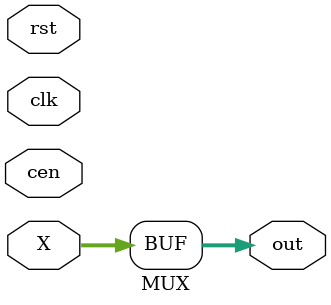
<source format=v>
module MUX (X, rst, cen, clk, out);
parameter sel = 0;
parameter size = 18;
parameter rsttype = "SYNC";
input [size - 1 : 0] X;
input rst, clk, cen;
output reg [size - 1 : 0] out;

reg [size - 1 : 0 ] X_reg;

generate
  if (rsttype == "SYNC")
    begin
      always @ (posedge clk)
        begin
          if (rst)
            X_reg <= 0;
          else if (cen)
            X_reg <= X;
        end
    end
  else
    begin
      always @ (posedge clk, posedge rst)
        begin
          if (rst)
            X_reg <= 0;
          else if (cen)
            X_reg <= X;
        end
    end
endgenerate 

always @ (*)
  begin
    if (sel)
      out = X_reg;
    else
      out = X;
  end
endmodule
</source>
